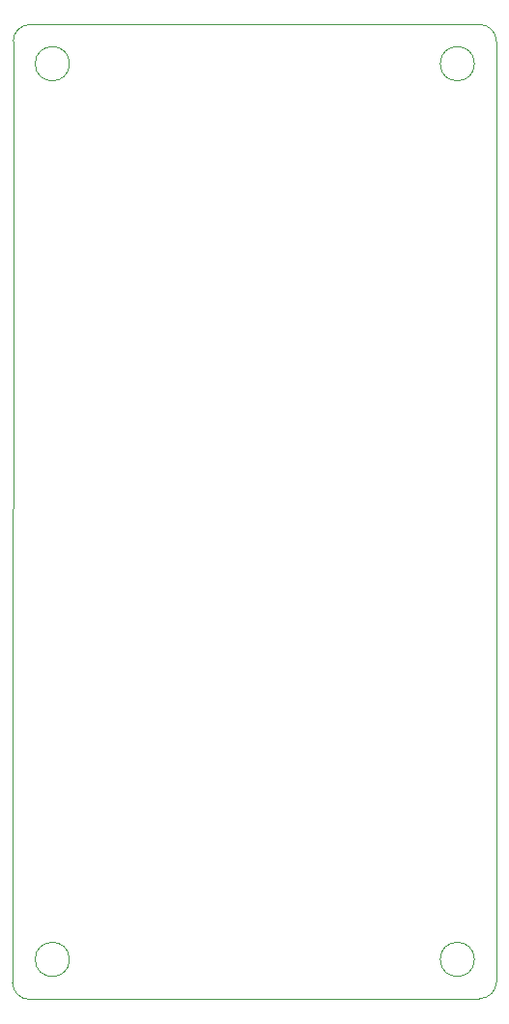
<source format=gm1>
%TF.GenerationSoftware,KiCad,Pcbnew,8.0.8*%
%TF.CreationDate,2025-02-05T11:08:31-07:00*%
%TF.ProjectId,IF Box PCB,49462042-6f78-4205-9043-422e6b696361,2*%
%TF.SameCoordinates,Original*%
%TF.FileFunction,Profile,NP*%
%FSLAX46Y46*%
G04 Gerber Fmt 4.6, Leading zero omitted, Abs format (unit mm)*
G04 Created by KiCad (PCBNEW 8.0.8) date 2025-02-05 11:08:31*
%MOMM*%
%LPD*%
G01*
G04 APERTURE LIST*
%TA.AperFunction,Profile*%
%ADD10C,0.050000*%
%TD*%
G04 APERTURE END LIST*
D10*
X112060660Y-69060660D02*
G75*
G02*
X113560660Y-67560660I1500040J-40D01*
G01*
X112000000Y-151500000D02*
X112060660Y-69060660D01*
X152939340Y-67560660D02*
G75*
G02*
X154439340Y-69060660I-40J-1500040D01*
G01*
X152939340Y-152939340D02*
X113500000Y-153000000D01*
X117000000Y-71000000D02*
G75*
G02*
X114000000Y-71000000I-1500000J0D01*
G01*
X114000000Y-71000000D02*
G75*
G02*
X117000000Y-71000000I1500000J0D01*
G01*
X113560660Y-67560660D02*
X152939340Y-67560660D01*
X113500000Y-153000000D02*
G75*
G02*
X112000000Y-151500000I0J1500000D01*
G01*
X152500000Y-149500000D02*
G75*
G02*
X149500000Y-149500000I-1500000J0D01*
G01*
X149500000Y-149500000D02*
G75*
G02*
X152500000Y-149500000I1500000J0D01*
G01*
X152500000Y-71000000D02*
G75*
G02*
X149500000Y-71000000I-1500000J0D01*
G01*
X149500000Y-71000000D02*
G75*
G02*
X152500000Y-71000000I1500000J0D01*
G01*
X154439340Y-151439340D02*
G75*
G02*
X152939340Y-152939340I-1500040J40D01*
G01*
X117000000Y-149500000D02*
G75*
G02*
X114000000Y-149500000I-1500000J0D01*
G01*
X114000000Y-149500000D02*
G75*
G02*
X117000000Y-149500000I1500000J0D01*
G01*
X154439340Y-69060660D02*
X154439340Y-151439340D01*
M02*

</source>
